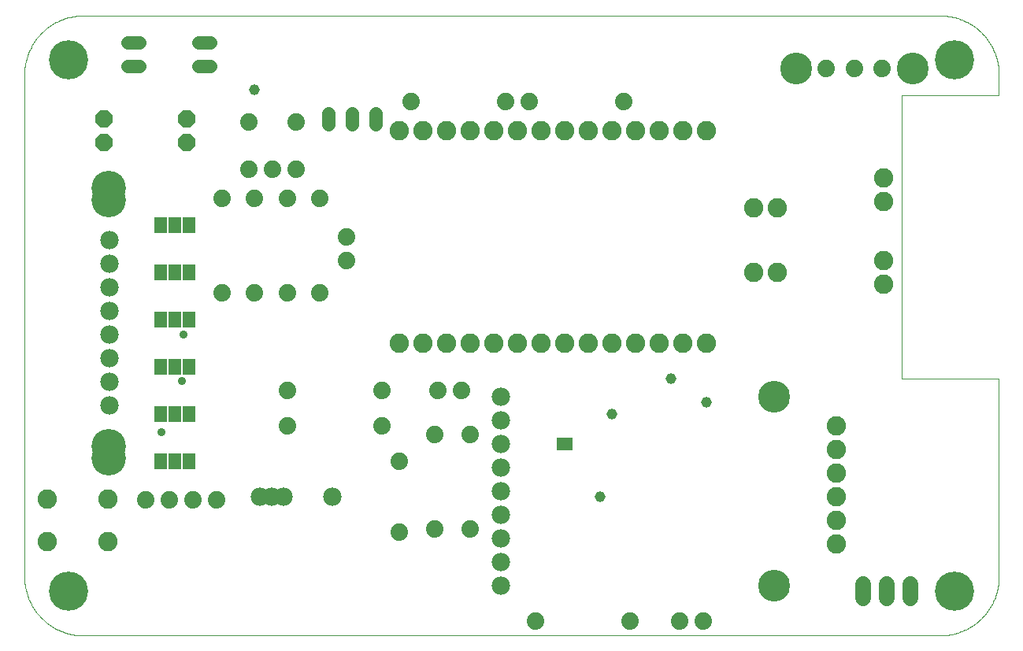
<source format=gbs>
G75*
%MOIN*%
%OFA0B0*%
%FSLAX25Y25*%
%IPPOS*%
%LPD*%
%AMOC8*
5,1,8,0,0,1.08239X$1,22.5*
%
%ADD10C,0.00000*%
%ADD11C,0.07800*%
%ADD12C,0.13461*%
%ADD13OC8,0.07400*%
%ADD14C,0.06800*%
%ADD15C,0.08200*%
%ADD16C,0.07400*%
%ADD17C,0.05600*%
%ADD18C,0.16611*%
%ADD19C,0.14643*%
%ADD20R,0.03300X0.05800*%
%ADD21R,0.05400X0.07100*%
%ADD22C,0.04562*%
%ADD23C,0.03500*%
D10*
X0033850Y0008850D02*
X0396350Y0008850D01*
X0396954Y0008857D01*
X0397558Y0008879D01*
X0398161Y0008916D01*
X0398763Y0008967D01*
X0399363Y0009032D01*
X0399962Y0009112D01*
X0400559Y0009207D01*
X0401153Y0009316D01*
X0401745Y0009439D01*
X0402333Y0009576D01*
X0402918Y0009728D01*
X0403499Y0009894D01*
X0404075Y0010074D01*
X0404648Y0010267D01*
X0405215Y0010475D01*
X0405777Y0010696D01*
X0406334Y0010930D01*
X0406885Y0011178D01*
X0407430Y0011439D01*
X0407968Y0011714D01*
X0408500Y0012001D01*
X0409024Y0012301D01*
X0409541Y0012613D01*
X0410050Y0012938D01*
X0410552Y0013275D01*
X0411045Y0013625D01*
X0411529Y0013986D01*
X0412005Y0014358D01*
X0412471Y0014742D01*
X0412928Y0015137D01*
X0413375Y0015543D01*
X0413813Y0015960D01*
X0414240Y0016387D01*
X0414657Y0016825D01*
X0415063Y0017272D01*
X0415458Y0017729D01*
X0415842Y0018195D01*
X0416214Y0018671D01*
X0416575Y0019155D01*
X0416925Y0019648D01*
X0417262Y0020150D01*
X0417587Y0020659D01*
X0417899Y0021176D01*
X0418199Y0021700D01*
X0418486Y0022232D01*
X0418761Y0022770D01*
X0419022Y0023315D01*
X0419270Y0023866D01*
X0419504Y0024423D01*
X0419725Y0024985D01*
X0419933Y0025552D01*
X0420126Y0026125D01*
X0420306Y0026701D01*
X0420472Y0027282D01*
X0420624Y0027867D01*
X0420761Y0028455D01*
X0420884Y0029047D01*
X0420993Y0029641D01*
X0421088Y0030238D01*
X0421168Y0030837D01*
X0421233Y0031437D01*
X0421284Y0032039D01*
X0421321Y0032642D01*
X0421343Y0033246D01*
X0421350Y0033850D01*
X0421350Y0117600D01*
X0380100Y0117600D01*
X0380100Y0237600D01*
X0421350Y0237600D01*
X0421350Y0246350D01*
X0421343Y0246954D01*
X0421321Y0247558D01*
X0421284Y0248161D01*
X0421233Y0248763D01*
X0421168Y0249363D01*
X0421088Y0249962D01*
X0420993Y0250559D01*
X0420884Y0251153D01*
X0420761Y0251745D01*
X0420624Y0252333D01*
X0420472Y0252918D01*
X0420306Y0253499D01*
X0420126Y0254075D01*
X0419933Y0254648D01*
X0419725Y0255215D01*
X0419504Y0255777D01*
X0419270Y0256334D01*
X0419022Y0256885D01*
X0418761Y0257430D01*
X0418486Y0257968D01*
X0418199Y0258500D01*
X0417899Y0259024D01*
X0417587Y0259541D01*
X0417262Y0260050D01*
X0416925Y0260552D01*
X0416575Y0261045D01*
X0416214Y0261529D01*
X0415842Y0262005D01*
X0415458Y0262471D01*
X0415063Y0262928D01*
X0414657Y0263375D01*
X0414240Y0263813D01*
X0413813Y0264240D01*
X0413375Y0264657D01*
X0412928Y0265063D01*
X0412471Y0265458D01*
X0412005Y0265842D01*
X0411529Y0266214D01*
X0411045Y0266575D01*
X0410552Y0266925D01*
X0410050Y0267262D01*
X0409541Y0267587D01*
X0409024Y0267899D01*
X0408500Y0268199D01*
X0407968Y0268486D01*
X0407430Y0268761D01*
X0406885Y0269022D01*
X0406334Y0269270D01*
X0405777Y0269504D01*
X0405215Y0269725D01*
X0404648Y0269933D01*
X0404075Y0270126D01*
X0403499Y0270306D01*
X0402918Y0270472D01*
X0402333Y0270624D01*
X0401745Y0270761D01*
X0401153Y0270884D01*
X0400559Y0270993D01*
X0399962Y0271088D01*
X0399363Y0271168D01*
X0398763Y0271233D01*
X0398161Y0271284D01*
X0397558Y0271321D01*
X0396954Y0271343D01*
X0396350Y0271350D01*
X0033850Y0271350D01*
X0033246Y0271343D01*
X0032642Y0271321D01*
X0032039Y0271284D01*
X0031437Y0271233D01*
X0030837Y0271168D01*
X0030238Y0271088D01*
X0029641Y0270993D01*
X0029047Y0270884D01*
X0028455Y0270761D01*
X0027867Y0270624D01*
X0027282Y0270472D01*
X0026701Y0270306D01*
X0026125Y0270126D01*
X0025552Y0269933D01*
X0024985Y0269725D01*
X0024423Y0269504D01*
X0023866Y0269270D01*
X0023315Y0269022D01*
X0022770Y0268761D01*
X0022232Y0268486D01*
X0021700Y0268199D01*
X0021176Y0267899D01*
X0020659Y0267587D01*
X0020150Y0267262D01*
X0019648Y0266925D01*
X0019155Y0266575D01*
X0018671Y0266214D01*
X0018195Y0265842D01*
X0017729Y0265458D01*
X0017272Y0265063D01*
X0016825Y0264657D01*
X0016387Y0264240D01*
X0015960Y0263813D01*
X0015543Y0263375D01*
X0015137Y0262928D01*
X0014742Y0262471D01*
X0014358Y0262005D01*
X0013986Y0261529D01*
X0013625Y0261045D01*
X0013275Y0260552D01*
X0012938Y0260050D01*
X0012613Y0259541D01*
X0012301Y0259024D01*
X0012001Y0258500D01*
X0011714Y0257968D01*
X0011439Y0257430D01*
X0011178Y0256885D01*
X0010930Y0256334D01*
X0010696Y0255777D01*
X0010475Y0255215D01*
X0010267Y0254648D01*
X0010074Y0254075D01*
X0009894Y0253499D01*
X0009728Y0252918D01*
X0009576Y0252333D01*
X0009439Y0251745D01*
X0009316Y0251153D01*
X0009207Y0250559D01*
X0009112Y0249962D01*
X0009032Y0249363D01*
X0008967Y0248763D01*
X0008916Y0248161D01*
X0008879Y0247558D01*
X0008857Y0246954D01*
X0008850Y0246350D01*
X0008850Y0033850D01*
X0008857Y0033246D01*
X0008879Y0032642D01*
X0008916Y0032039D01*
X0008967Y0031437D01*
X0009032Y0030837D01*
X0009112Y0030238D01*
X0009207Y0029641D01*
X0009316Y0029047D01*
X0009439Y0028455D01*
X0009576Y0027867D01*
X0009728Y0027282D01*
X0009894Y0026701D01*
X0010074Y0026125D01*
X0010267Y0025552D01*
X0010475Y0024985D01*
X0010696Y0024423D01*
X0010930Y0023866D01*
X0011178Y0023315D01*
X0011439Y0022770D01*
X0011714Y0022232D01*
X0012001Y0021700D01*
X0012301Y0021176D01*
X0012613Y0020659D01*
X0012938Y0020150D01*
X0013275Y0019648D01*
X0013625Y0019155D01*
X0013986Y0018671D01*
X0014358Y0018195D01*
X0014742Y0017729D01*
X0015137Y0017272D01*
X0015543Y0016825D01*
X0015960Y0016387D01*
X0016387Y0015960D01*
X0016825Y0015543D01*
X0017272Y0015137D01*
X0017729Y0014742D01*
X0018195Y0014358D01*
X0018671Y0013986D01*
X0019155Y0013625D01*
X0019648Y0013275D01*
X0020150Y0012938D01*
X0020659Y0012613D01*
X0021176Y0012301D01*
X0021700Y0012001D01*
X0022232Y0011714D01*
X0022770Y0011439D01*
X0023315Y0011178D01*
X0023866Y0010930D01*
X0024423Y0010696D01*
X0024985Y0010475D01*
X0025552Y0010267D01*
X0026125Y0010074D01*
X0026701Y0009894D01*
X0027282Y0009728D01*
X0027867Y0009576D01*
X0028455Y0009439D01*
X0029047Y0009316D01*
X0029641Y0009207D01*
X0030238Y0009112D01*
X0030837Y0009032D01*
X0031437Y0008967D01*
X0032039Y0008916D01*
X0032642Y0008879D01*
X0033246Y0008857D01*
X0033850Y0008850D01*
D11*
X0108555Y0067600D03*
X0113555Y0067600D03*
X0113555Y0067600D03*
X0118555Y0067600D03*
X0139145Y0067600D03*
X0210600Y0070100D03*
X0210600Y0080100D03*
X0210600Y0090100D03*
X0210600Y0100100D03*
X0210600Y0110100D03*
X0210600Y0060100D03*
X0210600Y0050100D03*
X0210600Y0040100D03*
X0210600Y0030100D03*
X0044923Y0106148D03*
X0044923Y0116148D03*
X0044923Y0126148D03*
X0044923Y0136148D03*
X0044923Y0146148D03*
X0044923Y0156148D03*
X0044923Y0166148D03*
X0044923Y0176148D03*
D12*
X0326163Y0110100D03*
X0326163Y0030100D03*
X0335494Y0248850D03*
X0384706Y0248850D03*
D13*
X0077600Y0227600D03*
X0077600Y0217600D03*
X0042600Y0217600D03*
X0042600Y0227600D03*
D14*
X0363850Y0030600D02*
X0363850Y0024600D01*
X0373850Y0024600D02*
X0373850Y0030600D01*
X0383850Y0030600D02*
X0383850Y0024600D01*
D15*
X0352600Y0047600D03*
X0352600Y0057600D03*
X0352600Y0067600D03*
X0352600Y0077600D03*
X0352600Y0087600D03*
X0352600Y0097600D03*
X0297600Y0132600D03*
X0287600Y0132600D03*
X0277600Y0132600D03*
X0267600Y0132600D03*
X0257600Y0132600D03*
X0247600Y0132600D03*
X0237600Y0132600D03*
X0227600Y0132600D03*
X0217600Y0132600D03*
X0207600Y0132600D03*
X0197600Y0132600D03*
X0187600Y0132600D03*
X0177600Y0132600D03*
X0167600Y0132600D03*
X0044150Y0066500D03*
X0044150Y0048700D03*
X0018550Y0048700D03*
X0018550Y0066500D03*
X0167600Y0222600D03*
X0177600Y0222600D03*
X0187600Y0222600D03*
X0197600Y0222600D03*
X0207600Y0222600D03*
X0217600Y0222600D03*
X0227600Y0222600D03*
X0237600Y0222600D03*
X0247600Y0222600D03*
X0257600Y0222600D03*
X0267600Y0222600D03*
X0277600Y0222600D03*
X0287600Y0222600D03*
X0297600Y0222600D03*
X0317600Y0190100D03*
X0327600Y0190100D03*
X0327600Y0162600D03*
X0317600Y0162600D03*
X0372600Y0157600D03*
X0372600Y0167600D03*
X0372600Y0192600D03*
X0372600Y0202600D03*
D16*
X0371911Y0248850D03*
X0360100Y0248850D03*
X0348289Y0248850D03*
X0262600Y0235100D03*
X0222600Y0235100D03*
X0212600Y0235100D03*
X0172600Y0235100D03*
X0123850Y0226350D03*
X0103850Y0226350D03*
X0103850Y0206350D03*
X0113850Y0206350D03*
X0123850Y0206350D03*
X0120100Y0193850D03*
X0106350Y0193850D03*
X0092600Y0193850D03*
X0133850Y0193850D03*
X0145100Y0177600D03*
X0145100Y0167600D03*
X0133850Y0153850D03*
X0120100Y0153850D03*
X0106350Y0153850D03*
X0092600Y0153850D03*
X0120100Y0112600D03*
X0120100Y0097600D03*
X0160100Y0097600D03*
X0167600Y0082600D03*
X0182600Y0093850D03*
X0197600Y0093850D03*
X0193850Y0112600D03*
X0183850Y0112600D03*
X0160100Y0112600D03*
X0090100Y0066350D03*
X0080100Y0066350D03*
X0070100Y0066350D03*
X0060100Y0066350D03*
X0167600Y0052600D03*
X0182600Y0053850D03*
X0197600Y0053850D03*
X0225100Y0015100D03*
X0265100Y0015100D03*
X0286350Y0015100D03*
X0296350Y0015100D03*
D17*
X0157600Y0225200D02*
X0157600Y0230000D01*
X0147600Y0230000D02*
X0147600Y0225200D01*
X0137600Y0225200D02*
X0137600Y0230000D01*
X0087500Y0250100D02*
X0082700Y0250100D01*
X0082700Y0260100D02*
X0087500Y0260100D01*
X0057500Y0260100D02*
X0052700Y0260100D01*
X0052700Y0250100D02*
X0057500Y0250100D01*
D18*
X0027600Y0252600D03*
X0027600Y0027600D03*
X0402600Y0027600D03*
X0402600Y0252600D03*
D19*
X0044647Y0198234D03*
X0044600Y0193200D03*
X0044700Y0089100D03*
X0044647Y0084061D03*
D20*
X0235978Y0090100D03*
X0239222Y0090100D03*
D21*
X0078600Y0082600D03*
X0072600Y0082600D03*
X0066600Y0082600D03*
X0066600Y0102600D03*
X0072600Y0102600D03*
X0078600Y0102600D03*
X0078600Y0122600D03*
X0072600Y0122600D03*
X0066600Y0122600D03*
X0066600Y0142600D03*
X0072600Y0142600D03*
X0078600Y0142600D03*
X0078600Y0162600D03*
X0072600Y0162600D03*
X0066600Y0162600D03*
X0066600Y0182600D03*
X0072600Y0182600D03*
X0078600Y0182600D03*
D22*
X0106350Y0240100D03*
X0282600Y0117600D03*
X0297600Y0107600D03*
X0257600Y0102600D03*
X0252600Y0067600D03*
D23*
X0075400Y0116700D03*
X0076100Y0136300D03*
X0067000Y0095000D03*
M02*

</source>
